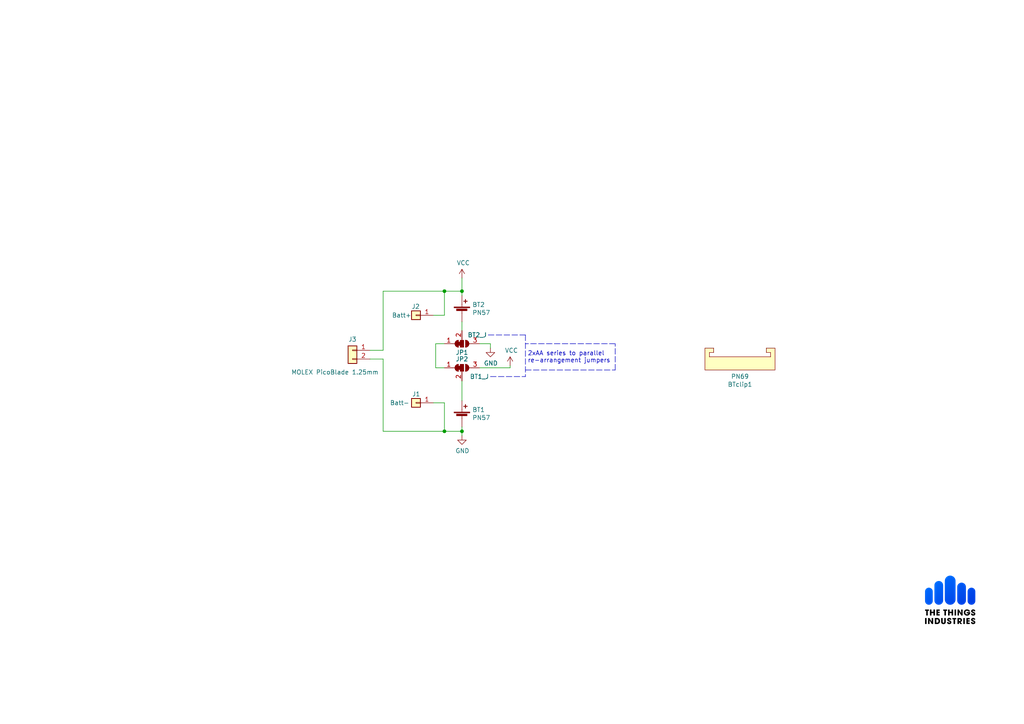
<source format=kicad_sch>
(kicad_sch (version 20211123) (generator eeschema)
  (paper "A4")
  (title_block (title "Generic Node Battery Holder") (date "2020-09-01") (rev "1.1") (company "The Things Industries") (comment 1 "drawn by: Orkhan AmirAslan (azerimaker)"))
  (lib_symbols
    (symbol "Connector_Generic:Conn_01x01" (pin_names (offset 1.016) hide)
      (property "Reference" "J" (at 0 2.54 0))
      (property "Value" "Conn_01x01" (at 0 -2.54 0))
      (symbol "Conn_01x01_1_1"
        (rectangle (start -1.27 0.127) (end 0 -0.127) (stroke (width 0.1524)))
        (rectangle (start -1.27 1.27) (end 1.27 -1.27) (stroke (width 0.254)) (fill (type background)))
        (pin passive line (at -5.08 0 0) (length 3.81) (name "Pin_1") (number "1"))
      )
    )
    (symbol "Connector_Generic:Conn_01x02" (pin_names (offset 1.016) hide)
      (property "Reference" "J" (at 0 2.54 0))
      (property "Value" "Conn_01x02" (at 0 -5.08 0))
      (symbol "Conn_01x02_1_1"
        (rectangle (start -1.27 -2.413) (end 0 -2.667) (stroke (width 0.1524)))
        (rectangle (start -1.27 0.127) (end 0 -0.127) (stroke (width 0.1524)))
        (rectangle (start -1.27 1.27) (end 1.27 -3.81) (stroke (width 0.254)) (fill (type background)))
        (pin passive line (at -5.08 0 0) (length 3.81) (name "Pin_1") (number "1"))
        (pin passive line (at -5.08 -2.54 0) (length 3.81) (name "Pin_2") (number "2"))
      )
    )
    (symbol "Device:Battery_Cell" (pin_numbers hide) (pin_names (offset 0) hide)
      (property "Reference" "BT" (at 2.54 2.54 0))
      (property "Value" "Battery_Cell" (at 2.54 0 0))
      (symbol "Battery_Cell_0_1"
        (rectangle (start -2.286 1.778) (end 2.286 1.524) (fill (type outline)))
        (rectangle (start -1.5748 1.1938) (end 1.4732 0.6858) (fill (type outline)))
        (polyline (pts (xy 0 0.762) (xy 0 0)))
        (polyline (pts (xy 0 1.778) (xy 0 2.54)))
        (polyline (pts (xy 0.508 3.429) (xy 1.524 3.429)) (stroke (width 0.254)))
        (polyline (pts (xy 1.016 3.937) (xy 1.016 2.921)) (stroke (width 0.254)))
      )
      (symbol "Battery_Cell_1_1"
        (pin passive line (at 0 5.08 270) (length 2.54) (name "+") (number "1"))
        (pin passive line (at 0 -2.54 90) (length 2.54) (name "-") (number "2"))
      )
    )
    (symbol "Jumper:SolderJumper_3_Bridged12" (pin_names (offset 0) hide)
      (property "Reference" "JP" (at -2.54 -2.54 0))
      (property "Value" "SolderJumper_3_Bridged12" (at 0 2.794 0))
      (symbol "SolderJumper_3_Bridged12_0_1"
        (rectangle (start -1.016 0.508) (end -0.508 -0.508) (fill (type outline)))
        (arc (start -1.016 1.016) (mid -2.032 0) (end -1.016 -1.016))
        (arc (start -1.016 1.016) (mid -2.032 0) (end -1.016 -1.016) (fill (type outline)))
        (rectangle (start -0.508 1.016) (end 0.508 -1.016) (fill (type outline)))
        (polyline (pts (xy -2.54 0) (xy -2.032 0)))
        (polyline (pts (xy -1.016 1.016) (xy -1.016 -1.016)))
        (polyline (pts (xy 0 -1.27) (xy 0 -1.016)))
        (polyline (pts (xy 1.016 1.016) (xy 1.016 -1.016)))
        (polyline (pts (xy 2.54 0) (xy 2.032 0)))
        (arc (start 1.016 -1.016) (mid 2.032 0) (end 1.016 1.016))
        (arc (start 1.016 -1.016) (mid 2.032 0) (end 1.016 1.016) (fill (type outline)))
      )
      (symbol "SolderJumper_3_Bridged12_1_1"
        (pin passive line (at -5.08 0 0) (length 2.54) (name "A") (number "1"))
        (pin input line (at 0 -3.81 90) (length 2.54) (name "C") (number "2"))
        (pin passive line (at 5.08 0 180) (length 2.54) (name "B") (number "3"))
      )
    )
    (symbol "Mechanical:DIN_Rail_Adapter"
      (property "Reference" "DRA" (at 0 6.35 0))
      (property "Value" "DIN_Rail_Adapter" (at 0 3.81 0))
      (symbol "DIN_Rail_Adapter_0_1"
        (polyline (pts (xy 10.16 2.54) (xy -10.16 2.54) (xy -10.16 -3.81) (xy -7.62 -3.81) (xy -7.62 -2.54) (xy -8.89 -2.54) (xy -8.89 -1.27) (xy 8.89 -1.27) (xy 8.89 -2.54) (xy 7.62 -2.54) (xy 7.62 -3.81) (xy 10.16 -3.81) (xy 10.16 2.54) (xy -10.16 2.54)) (fill (type background)))
      )
    )
    (symbol "power:GND" (power) (pin_names (offset 0))
      (property "Value" "GND" (at 0 -3.81 0))
      (symbol "GND_0_1"
        (polyline (pts (xy 0 0) (xy 0 -1.27) (xy 1.27 -1.27) (xy 0 -2.54) (xy -1.27 -1.27) (xy 0 -1.27)))
      )
      (symbol "GND_1_1"
        (pin power_in line (at 0 0 270) (length 0) hide (name "GND") (number "1"))
      )
    )
    (symbol "power:VCC" (power) (pin_names (offset 0))
      (property "Value" "VCC" (at 0 3.81 0))
      (symbol "VCC_0_1"
        (polyline (pts (xy -0.762 1.27) (xy 0 2.54)))
        (polyline (pts (xy 0 0) (xy 0 2.54)))
        (polyline (pts (xy 0 2.54) (xy 0.762 1.27)))
      )
      (symbol "VCC_1_1"
        (pin power_in line (at 0 0 90) (length 0) hide (name "VCC") (number "1"))
      )
    )
  )
  (junction (at 128.905 84.455))
  (junction (at 128.905 125.095))
  (junction (at 133.985 84.455))
  (junction (at 133.985 125.095))
  (wire (pts (xy 126.365 99.695) (xy 126.365 106.68)))
  (polyline (pts (xy 178.435 107.315) (xy 178.435 99.695)))
  (wire (pts (xy 142.24 99.695) (xy 142.24 100.965)))
  (wire (pts (xy 133.985 110.49) (xy 133.985 116.205)))
  (wire (pts (xy 133.985 93.345) (xy 133.985 95.885)))
  (wire (pts (xy 111.125 104.14) (xy 111.125 125.095)))
  (wire (pts (xy 128.905 91.44) (xy 128.905 84.455)))
  (polyline (pts (xy 152.4 107.315) (xy 178.435 107.315)))
  (wire (pts (xy 133.985 125.095) (xy 133.985 126.365)))
  (polyline (pts (xy 142.24 109.22) (xy 152.4 109.22)))
  (wire (pts (xy 147.955 106.045) (xy 147.955 106.68)))
  (wire (pts (xy 133.985 84.455) (xy 133.985 85.725)))
  (wire (pts (xy 125.73 116.84) (xy 128.905 116.84)))
  (wire (pts (xy 128.905 125.095) (xy 133.985 125.095)))
  (polyline (pts (xy 178.435 99.695) (xy 152.4 99.695)))
  (wire (pts (xy 111.125 84.455) (xy 111.125 101.6)))
  (wire (pts (xy 125.73 91.44) (xy 128.905 91.44)))
  (wire (pts (xy 107.315 101.6) (xy 111.125 101.6)))
  (wire (pts (xy 139.065 99.695) (xy 142.24 99.695)))
  (wire (pts (xy 128.905 99.695) (xy 126.365 99.695)))
  (wire (pts (xy 133.985 123.825) (xy 133.985 125.095)))
  (polyline (pts (xy 152.4 97.155) (xy 152.4 109.22)))
  (wire (pts (xy 139.065 106.68) (xy 147.955 106.68)))
  (wire (pts (xy 128.905 116.84) (xy 128.905 125.095)))
  (wire (pts (xy 111.125 84.455) (xy 128.905 84.455)))
  (wire (pts (xy 126.365 106.68) (xy 128.905 106.68)))
  (wire (pts (xy 107.315 104.14) (xy 111.125 104.14)))
  (wire (pts (xy 133.985 80.645) (xy 133.985 84.455)))
  (wire (pts (xy 111.125 125.095) (xy 128.905 125.095)))
  (wire (pts (xy 128.905 84.455) (xy 133.985 84.455)))
  (polyline (pts (xy 141.605 97.155) (xy 152.4 97.155)))
  (image (at 275.59 173.99) (scale 0.197022))
  (text "2xAA series to parallel \nre-arrangement jumpers" (at 153.035 105.41 0) (effects (font (size 1.27 1.27)) (justify left bottom)))
  (symbol (lib_id "Mechanical:DIN_Rail_Adapter") (at 214.63 104.775 180) (unit 1)
    (property "Reference" "BTclip1" (at 214.63 111.506 0))
    (property "Value" "PN69" (at 214.63 109.1946 0))
    (property "Footprint" "node-lib-v1:Keystone_69_clip" (effects hide))
    (property "Datasheet" "https://nl.mouser.com/ProductDetail/Keystone-Electronics/69?qs=pkhVRPZ8ecDgrrBO4WeG2Q%3D%3D" (effects hide))
    (property "MPN" "69" (effects hide))
    (property "URL" "https://www.digikey.nl/short/zn47d7" (effects hide))
  )
  (symbol (lib_id "Device:Battery_Cell") (at 133.985 90.805 0) (unit 1)
    (property "Reference" "BT2" (at 136.9822 88.3666 0) (effects (justify left)))
    (property "Value" "PN57" (at 136.9822 90.678 0) (effects (justify left)))
    (property "Footprint" "node-lib-v1:keystone-PN57" (effects hide))
    (property "Datasheet" "https://nl.mouser.com/ProductDetail/Keystone-Electronics/57?qs=%2F%252BPMR94VuMbR1YUP0aQItQ%3D%3D" (effects hide))
    (property "MPN" "57" (effects hide))
    (property "URL" "https://www.digikey.nl/short/zn47d8" (effects hide))
  )
  (symbol (lib_id "Device:Battery_Cell") (at 133.985 121.285 0) (unit 1)
    (property "Reference" "BT1" (at 136.9822 118.8466 0) (effects (justify left)))
    (property "Value" "PN57" (at 136.9822 121.158 0) (effects (justify left)))
    (property "Footprint" "node-lib-v1:keystone-PN57" (effects hide))
    (property "Datasheet" "https://nl.mouser.com/ProductDetail/Keystone-Electronics/57?qs=%2F%252BPMR94VuMbR1YUP0aQItQ%3D%3D" (effects hide))
    (property "MPN" "57" (effects hide))
    (property "URL" "https://www.digikey.nl/short/zn47d8" (effects hide))
  )
  (symbol (lib_id "Connector_Generic:Conn_01x01") (at 120.65 91.44 180) (unit 1)
    (property "Reference" "J2" (at 119.38 88.9 0) (effects (justify right)))
    (property "Value" "Batt+" (at 113.665 91.44 0) (effects (justify right)))
    (property "Footprint" "TestPoint:TestPoint_Keystone_5019_Minature" (effects hide))
    (property "MPN" "DNM" (effects hide))
  )
  (symbol (lib_id "Connector_Generic:Conn_01x01") (at 120.65 116.84 180) (unit 1)
    (property "Reference" "J1" (at 121.92 114.3 0) (effects (justify left)))
    (property "Value" "Batt-" (at 118.745 116.84 0) (effects (justify left)))
    (property "Footprint" "TestPoint:TestPoint_Keystone_5019_Minature" (effects hide))
    (property "MPN" "DNM" (effects hide))
  )
  (symbol (lib_id "power:GND") (at 133.985 126.365 0) (unit 1)
    (property "Reference" "#PWR0101" (effects hide))
    (property "Value" "GND" (at 134.112 130.7592 0))
  )
  (symbol (lib_id "power:VCC") (at 133.985 80.645 0) (unit 1)
    (property "Reference" "#PWR0102" (effects hide))
    (property "Value" "VCC" (at 134.366 76.2508 0))
  )
  (symbol (lib_id "Connector_Generic:Conn_01x02") (at 102.235 101.6 0) (mirror y) (unit 1)
    (property "Reference" "J3" (at 102.235 98.425 0))
    (property "Value" "MOLEX PicoBlade 1.25mm" (at 97.155 107.95 0))
    (property "Footprint" "Connector_Molex:Molex_PicoBlade_53398-0271_1x02-1MP_P1.25mm_Vertical" (effects hide))
    (property "MPN" "0533980271" (effects hide))
    (property "URL" "https://lcsc.com/product-detail/Wire-To-Board-Wire-To-Wire-Connector_MOLEX_0533980271_MOLEX-0533980271_C122410.html" (effects hide))
  )
  (symbol (lib_id "Jumper:SolderJumper_3_Bridged12") (at 133.985 106.68 0) (unit 1)
    (property "Reference" "JP2" (at 133.985 104.14 0))
    (property "Value" "BT1_J" (at 139.065 109.22 0))
    (property "Footprint" "Jumper:SolderJumper-3_P1.3mm_Bridged2Bar12_Pad1.0x1.5mm_NumberLabels" (effects hide))
  )
  (symbol (lib_id "Jumper:SolderJumper_3_Bridged12") (at 133.985 99.695 0) (mirror x) (unit 1)
    (property "Reference" "JP1" (at 133.985 102.235 0))
    (property "Value" "BT2_J" (at 138.43 97.155 0))
    (property "Footprint" "Jumper:SolderJumper-3_P1.3mm_Bridged2Bar12_Pad1.0x1.5mm_NumberLabels" (effects hide))
  )
  (symbol (lib_id "power:VCC") (at 147.955 106.045 0) (unit 1)
    (property "Reference" "#PWR0103" (effects hide))
    (property "Value" "VCC" (at 148.336 101.6508 0))
  )
  (symbol (lib_id "power:GND") (at 142.24 100.965 0) (unit 1)
    (property "Reference" "#PWR0104" (effects hide))
    (property "Value" "GND" (at 142.367 105.3592 0))
  )
)
</source>
